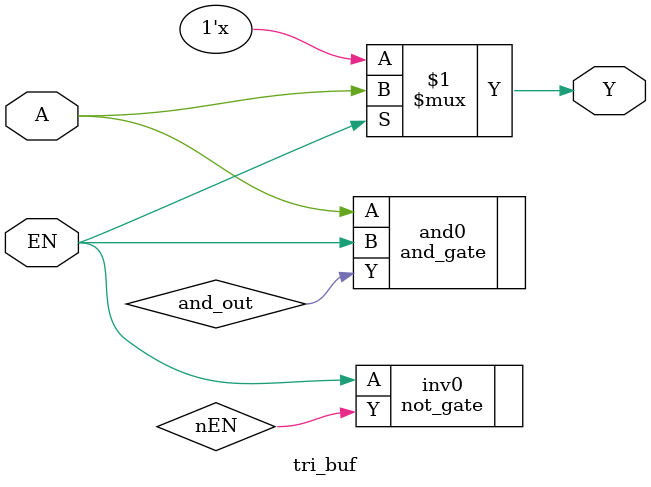
<source format=v>
`timescale 1ns/1ps

module tri_buf (
    input  wire A,    // data in
    input  wire EN,   // enable
    output wire Y     // data out or high-Z
);
    wire nEN;
    wire and_out;

    // Invert enable
    not_gate inv0 (.A(EN), .Y(nEN));

    // Gate the signal when EN is high
    and_gate and0 (.A(A), .B(EN), .Y(and_out));

    // When EN is low, output is high-Z
    bufif1 (Y, A, EN); //primitive for tri-state 
endmodule

</source>
